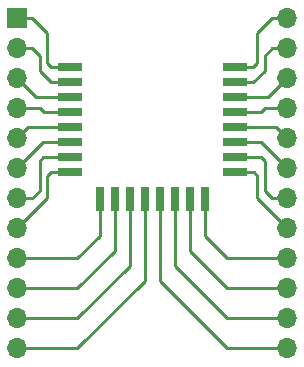
<source format=gbr>
%TF.GenerationSoftware,KiCad,Pcbnew,(5.1.9)-1*%
%TF.CreationDate,2021-12-13T23:40:31+01:00*%
%TF.ProjectId,e18sock,65313873-6f63-46b2-9e6b-696361645f70,rev?*%
%TF.SameCoordinates,Original*%
%TF.FileFunction,Copper,L1,Top*%
%TF.FilePolarity,Positive*%
%FSLAX46Y46*%
G04 Gerber Fmt 4.6, Leading zero omitted, Abs format (unit mm)*
G04 Created by KiCad (PCBNEW (5.1.9)-1) date 2021-12-13 23:40:31*
%MOMM*%
%LPD*%
G01*
G04 APERTURE LIST*
%TA.AperFunction,ComponentPad*%
%ADD10O,1.700000X1.700000*%
%TD*%
%TA.AperFunction,SMDPad,CuDef*%
%ADD11R,2.000000X0.800000*%
%TD*%
%TA.AperFunction,SMDPad,CuDef*%
%ADD12R,0.800000X2.000000*%
%TD*%
%TA.AperFunction,ComponentPad*%
%ADD13R,1.700000X1.700000*%
%TD*%
%TA.AperFunction,Conductor*%
%ADD14C,0.250000*%
%TD*%
G04 APERTURE END LIST*
D10*
%TO.P, ,12*%
%TO.N,N/C*%
X139700000Y-35560000D03*
%TO.P, ,11*%
X139700000Y-38100000D03*
%TO.P, ,10*%
X139700000Y-40640000D03*
%TO.P, ,9*%
X139700000Y-43180000D03*
%TO.P, ,8*%
X139700000Y-45720000D03*
%TO.P, ,7*%
X139700000Y-48260000D03*
%TO.P, ,6*%
X139700000Y-50800000D03*
%TO.P, ,5*%
X139700000Y-53340000D03*
%TO.P, ,4*%
X139700000Y-55880000D03*
%TO.P, ,3*%
X139700000Y-58420000D03*
%TO.P, ,2*%
X139700000Y-60960000D03*
%TO.P, ,1*%
X139700000Y-63500000D03*
%TD*%
D11*
%TO.P,E-18-MS1-PCB,8*%
%TO.N,N/C*%
X121270000Y-48610000D03*
%TO.P,E-18-MS1-PCB,7*%
X121270000Y-47340000D03*
%TO.P,E-18-MS1-PCB,6*%
X121270000Y-46070000D03*
%TO.P,E-18-MS1-PCB,5*%
X121270000Y-44800000D03*
%TO.P,E-18-MS1-PCB,4*%
X121270000Y-43530000D03*
%TO.P,E-18-MS1-PCB,3*%
X121270000Y-42260000D03*
%TO.P,E-18-MS1-PCB,2*%
X121270000Y-40990000D03*
%TO.P,E-18-MS1-PCB,1*%
X121270000Y-39720000D03*
D12*
%TO.P,E-18-MS1-PCB,16*%
X132700000Y-50870000D03*
%TO.P,E-18-MS1-PCB,15*%
X131430000Y-50870000D03*
%TO.P,E-18-MS1-PCB,14*%
X130160000Y-50870000D03*
%TO.P,E-18-MS1-PCB,13*%
X128890000Y-50870000D03*
%TO.P,E-18-MS1-PCB,12*%
X127620000Y-50870000D03*
%TO.P,E-18-MS1-PCB,11*%
X126350000Y-50870000D03*
%TO.P,E-18-MS1-PCB,10*%
X125080000Y-50870000D03*
%TO.P,E-18-MS1-PCB,9*%
X123810000Y-50870000D03*
D11*
%TO.P,E-18-MS1-PCB,24*%
X135270000Y-39720000D03*
%TO.P,E-18-MS1-PCB,23*%
X135270000Y-40990000D03*
%TO.P,E-18-MS1-PCB,22*%
X135270000Y-42260000D03*
%TO.P,E-18-MS1-PCB,21*%
X135270000Y-43530000D03*
%TO.P,E-18-MS1-PCB,20*%
X135270000Y-44800000D03*
%TO.P,E-18-MS1-PCB,19*%
X135270000Y-46070000D03*
%TO.P,E-18-MS1-PCB,18*%
X135270000Y-47340000D03*
%TO.P,E-18-MS1-PCB,17*%
X135270000Y-48610000D03*
%TD*%
D13*
%TO.P, ,12*%
%TO.N,N/C*%
X116840000Y-35560000D03*
D10*
%TO.P, ,11*%
X116840000Y-38100000D03*
%TO.P, ,10*%
X116840000Y-40640000D03*
%TO.P, ,9*%
X116840000Y-43180000D03*
%TO.P, ,8*%
X116840000Y-45720000D03*
%TO.P, ,7*%
X116840000Y-48260000D03*
%TO.P, ,6*%
X116840000Y-50800000D03*
%TO.P, ,5*%
X116840000Y-53340000D03*
%TO.P, ,4*%
X116840000Y-55880000D03*
%TO.P, ,3*%
X116840000Y-58420000D03*
%TO.P, ,2*%
X116840000Y-60960000D03*
%TO.P, ,1*%
X116840000Y-63500000D03*
%TD*%
D14*
%TO.N,*%
X121270000Y-39720000D02*
X119730000Y-39720000D01*
X119730000Y-39720000D02*
X119380000Y-39370000D01*
X119380000Y-39370000D02*
X119380000Y-36830000D01*
X118110000Y-35560000D02*
X116840000Y-35560000D01*
X119380000Y-36830000D02*
X118110000Y-35560000D01*
X121270000Y-40990000D02*
X119730000Y-40990000D01*
X119730000Y-40990000D02*
X118745000Y-40005000D01*
X118745000Y-40005000D02*
X118745000Y-38735000D01*
X118110000Y-38100000D02*
X116840000Y-38100000D01*
X118745000Y-38735000D02*
X118110000Y-38100000D01*
X118460000Y-42260000D02*
X116840000Y-40640000D01*
X121270000Y-42260000D02*
X118460000Y-42260000D01*
X117760000Y-44800000D02*
X116840000Y-45720000D01*
X121270000Y-44800000D02*
X117760000Y-44800000D01*
X119030000Y-46070000D02*
X116840000Y-48260000D01*
X121270000Y-46070000D02*
X119030000Y-46070000D01*
X139700000Y-35560000D02*
X138430000Y-35560000D01*
X138430000Y-35560000D02*
X137160000Y-36830000D01*
X137160000Y-36830000D02*
X137160000Y-39370000D01*
X135270000Y-39720000D02*
X136810000Y-39720000D01*
X136810000Y-39720000D02*
X137160000Y-39370000D01*
X135270000Y-40990000D02*
X136810000Y-40990000D01*
X136810000Y-40990000D02*
X137795000Y-40005000D01*
X137795000Y-40005000D02*
X137795000Y-38735000D01*
X137795000Y-38735000D02*
X138430000Y-38100000D01*
X138430000Y-38100000D02*
X139700000Y-38100000D01*
X138080000Y-42260000D02*
X139700000Y-40640000D01*
X135270000Y-42260000D02*
X138080000Y-42260000D01*
X121270000Y-43530000D02*
X119095000Y-43530000D01*
X118745000Y-43180000D02*
X116840000Y-43180000D01*
X119095000Y-43530000D02*
X118745000Y-43180000D01*
X135270000Y-43530000D02*
X137445000Y-43530000D01*
X137795000Y-43180000D02*
X139700000Y-43180000D01*
X137445000Y-43530000D02*
X137795000Y-43180000D01*
X138780000Y-44800000D02*
X139700000Y-45720000D01*
X135270000Y-44800000D02*
X138780000Y-44800000D01*
X137510000Y-46070000D02*
X139700000Y-48260000D01*
X135270000Y-46070000D02*
X137510000Y-46070000D01*
X121270000Y-47340000D02*
X119030000Y-47340000D01*
X119030000Y-47340000D02*
X118745000Y-47625000D01*
X118745000Y-47625000D02*
X118745000Y-50165000D01*
X118110000Y-50800000D02*
X116840000Y-50800000D01*
X118745000Y-50165000D02*
X118110000Y-50800000D01*
X135270000Y-47340000D02*
X137510000Y-47340000D01*
X137510000Y-47340000D02*
X137795000Y-47625000D01*
X137795000Y-47625000D02*
X137795000Y-50165000D01*
X138430000Y-50800000D02*
X139700000Y-50800000D01*
X137795000Y-50165000D02*
X138430000Y-50800000D01*
X135270000Y-48610000D02*
X136875000Y-48610000D01*
X136875000Y-48610000D02*
X137160000Y-48895000D01*
X137160000Y-50800000D02*
X139700000Y-53340000D01*
X137160000Y-48895000D02*
X137160000Y-50800000D01*
X121270000Y-48610000D02*
X119665000Y-48610000D01*
X119665000Y-48610000D02*
X119380000Y-48895000D01*
X119380000Y-50800000D02*
X116840000Y-53340000D01*
X119380000Y-48895000D02*
X119380000Y-50800000D01*
X123810000Y-50870000D02*
X123810000Y-53990000D01*
X121920000Y-55880000D02*
X116840000Y-55880000D01*
X123810000Y-53990000D02*
X121920000Y-55880000D01*
X125080000Y-50870000D02*
X125080000Y-55260000D01*
X121920000Y-58420000D02*
X116840000Y-58420000D01*
X125080000Y-55260000D02*
X121920000Y-58420000D01*
X126350000Y-50870000D02*
X126350000Y-56530000D01*
X121920000Y-60960000D02*
X116840000Y-60960000D01*
X126350000Y-56530000D02*
X121920000Y-60960000D01*
X127620000Y-50870000D02*
X127620000Y-57800000D01*
X121920000Y-63500000D02*
X116840000Y-63500000D01*
X127620000Y-57800000D02*
X121920000Y-63500000D01*
X132700000Y-50870000D02*
X132700000Y-53960000D01*
X134620000Y-55880000D02*
X139700000Y-55880000D01*
X132700000Y-53960000D02*
X134620000Y-55880000D01*
X131430000Y-50870000D02*
X131430000Y-55230000D01*
X134620000Y-58420000D02*
X139700000Y-58420000D01*
X131430000Y-55230000D02*
X134620000Y-58420000D01*
X130160000Y-50870000D02*
X130160000Y-56500000D01*
X134620000Y-60960000D02*
X139700000Y-60960000D01*
X130160000Y-56500000D02*
X134620000Y-60960000D01*
X128890000Y-50870000D02*
X128890000Y-57770000D01*
X134620000Y-63500000D02*
X139700000Y-63500000D01*
X128890000Y-57770000D02*
X134620000Y-63500000D01*
%TD*%
M02*

</source>
